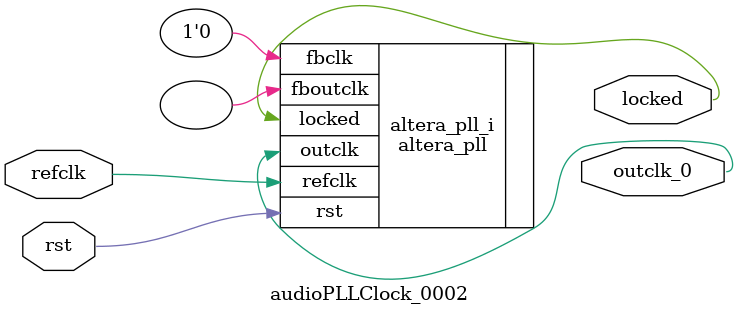
<source format=v>
`timescale 1ns/10ps
module  audioPLLClock_0002(

	// interface 'refclk'
	input wire refclk,

	// interface 'reset'
	input wire rst,

	// interface 'outclk0'
	output wire outclk_0,

	// interface 'locked'
	output wire locked
);

	altera_pll #(
		.fractional_vco_multiplier("false"),
		.reference_clock_frequency("50.0 MHz"),
		.operation_mode("direct"),
		.number_of_clocks(1),
		.output_clock_frequency0("18.421052 MHz"),
		.phase_shift0("0 ps"),
		.duty_cycle0(50),
		.output_clock_frequency1("0 MHz"),
		.phase_shift1("0 ps"),
		.duty_cycle1(50),
		.output_clock_frequency2("0 MHz"),
		.phase_shift2("0 ps"),
		.duty_cycle2(50),
		.output_clock_frequency3("0 MHz"),
		.phase_shift3("0 ps"),
		.duty_cycle3(50),
		.output_clock_frequency4("0 MHz"),
		.phase_shift4("0 ps"),
		.duty_cycle4(50),
		.output_clock_frequency5("0 MHz"),
		.phase_shift5("0 ps"),
		.duty_cycle5(50),
		.output_clock_frequency6("0 MHz"),
		.phase_shift6("0 ps"),
		.duty_cycle6(50),
		.output_clock_frequency7("0 MHz"),
		.phase_shift7("0 ps"),
		.duty_cycle7(50),
		.output_clock_frequency8("0 MHz"),
		.phase_shift8("0 ps"),
		.duty_cycle8(50),
		.output_clock_frequency9("0 MHz"),
		.phase_shift9("0 ps"),
		.duty_cycle9(50),
		.output_clock_frequency10("0 MHz"),
		.phase_shift10("0 ps"),
		.duty_cycle10(50),
		.output_clock_frequency11("0 MHz"),
		.phase_shift11("0 ps"),
		.duty_cycle11(50),
		.output_clock_frequency12("0 MHz"),
		.phase_shift12("0 ps"),
		.duty_cycle12(50),
		.output_clock_frequency13("0 MHz"),
		.phase_shift13("0 ps"),
		.duty_cycle13(50),
		.output_clock_frequency14("0 MHz"),
		.phase_shift14("0 ps"),
		.duty_cycle14(50),
		.output_clock_frequency15("0 MHz"),
		.phase_shift15("0 ps"),
		.duty_cycle15(50),
		.output_clock_frequency16("0 MHz"),
		.phase_shift16("0 ps"),
		.duty_cycle16(50),
		.output_clock_frequency17("0 MHz"),
		.phase_shift17("0 ps"),
		.duty_cycle17(50),
		.pll_type("General"),
		.pll_subtype("General")
	) altera_pll_i (
		.rst	(rst),
		.outclk	({outclk_0}),
		.locked	(locked),
		.fboutclk	( ),
		.fbclk	(1'b0),
		.refclk	(refclk)
	);
endmodule


</source>
